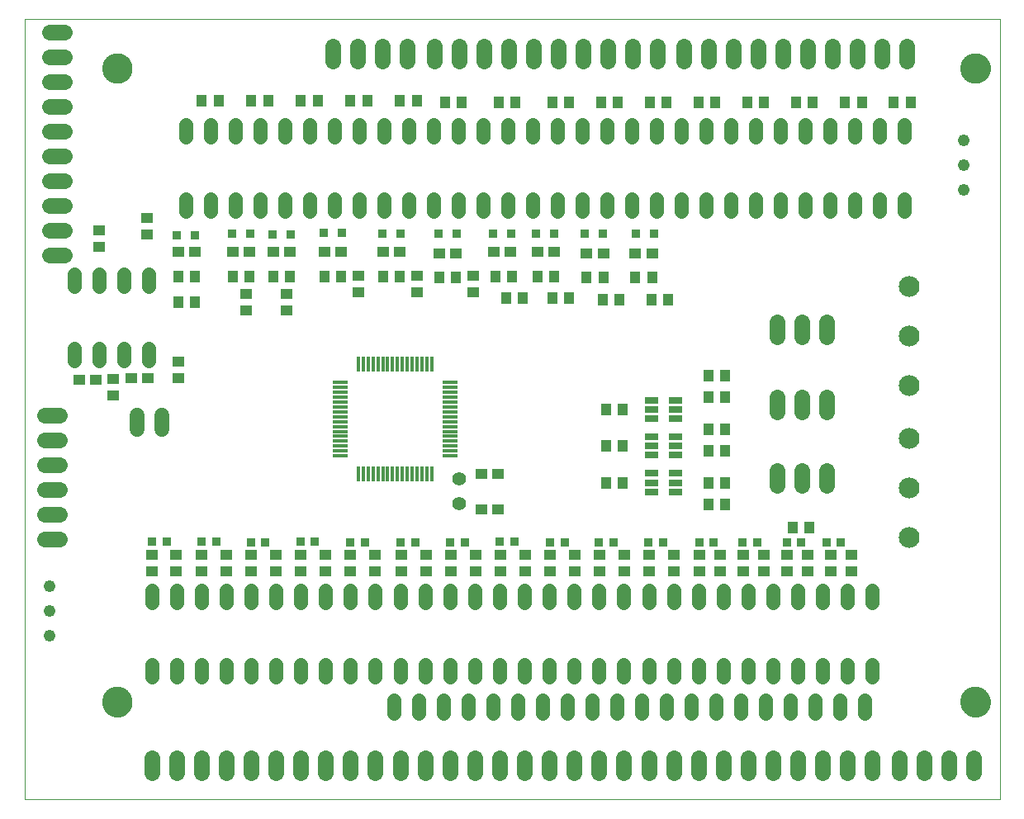
<source format=gts>
G75*
%MOIN*%
%OFA0B0*%
%FSLAX25Y25*%
%IPPOS*%
%LPD*%
%AMOC8*
5,1,8,0,0,1.08239X$1,22.5*
%
%ADD10C,0.00000*%
%ADD11C,0.06000*%
%ADD12C,0.06400*%
%ADD13C,0.05600*%
%ADD14R,0.04731X0.04337*%
%ADD15C,0.04800*%
%ADD16C,0.06337*%
%ADD17R,0.04337X0.04731*%
%ADD18C,0.05600*%
%ADD19R,0.01500X0.06200*%
%ADD20R,0.06200X0.01500*%
%ADD21C,0.12211*%
%ADD22R,0.03550X0.03550*%
%ADD23R,0.05400X0.02500*%
%ADD24C,0.08400*%
%ADD25R,0.03400X0.03200*%
D10*
X0008551Y0007554D02*
X0008551Y0322514D01*
X0402252Y0322514D01*
X0402252Y0007554D01*
X0008551Y0007554D01*
X0040047Y0046924D02*
X0040049Y0047077D01*
X0040055Y0047231D01*
X0040065Y0047384D01*
X0040079Y0047536D01*
X0040097Y0047689D01*
X0040119Y0047840D01*
X0040144Y0047991D01*
X0040174Y0048142D01*
X0040208Y0048292D01*
X0040245Y0048440D01*
X0040286Y0048588D01*
X0040331Y0048734D01*
X0040380Y0048880D01*
X0040433Y0049024D01*
X0040489Y0049166D01*
X0040549Y0049307D01*
X0040613Y0049447D01*
X0040680Y0049585D01*
X0040751Y0049721D01*
X0040826Y0049855D01*
X0040903Y0049987D01*
X0040985Y0050117D01*
X0041069Y0050245D01*
X0041157Y0050371D01*
X0041248Y0050494D01*
X0041342Y0050615D01*
X0041440Y0050733D01*
X0041540Y0050849D01*
X0041644Y0050962D01*
X0041750Y0051073D01*
X0041859Y0051181D01*
X0041971Y0051286D01*
X0042085Y0051387D01*
X0042203Y0051486D01*
X0042322Y0051582D01*
X0042444Y0051675D01*
X0042569Y0051764D01*
X0042696Y0051851D01*
X0042825Y0051933D01*
X0042956Y0052013D01*
X0043089Y0052089D01*
X0043224Y0052162D01*
X0043361Y0052231D01*
X0043500Y0052296D01*
X0043640Y0052358D01*
X0043782Y0052416D01*
X0043925Y0052471D01*
X0044070Y0052522D01*
X0044216Y0052569D01*
X0044363Y0052612D01*
X0044511Y0052651D01*
X0044660Y0052687D01*
X0044810Y0052718D01*
X0044961Y0052746D01*
X0045112Y0052770D01*
X0045265Y0052790D01*
X0045417Y0052806D01*
X0045570Y0052818D01*
X0045723Y0052826D01*
X0045876Y0052830D01*
X0046030Y0052830D01*
X0046183Y0052826D01*
X0046336Y0052818D01*
X0046489Y0052806D01*
X0046641Y0052790D01*
X0046794Y0052770D01*
X0046945Y0052746D01*
X0047096Y0052718D01*
X0047246Y0052687D01*
X0047395Y0052651D01*
X0047543Y0052612D01*
X0047690Y0052569D01*
X0047836Y0052522D01*
X0047981Y0052471D01*
X0048124Y0052416D01*
X0048266Y0052358D01*
X0048406Y0052296D01*
X0048545Y0052231D01*
X0048682Y0052162D01*
X0048817Y0052089D01*
X0048950Y0052013D01*
X0049081Y0051933D01*
X0049210Y0051851D01*
X0049337Y0051764D01*
X0049462Y0051675D01*
X0049584Y0051582D01*
X0049703Y0051486D01*
X0049821Y0051387D01*
X0049935Y0051286D01*
X0050047Y0051181D01*
X0050156Y0051073D01*
X0050262Y0050962D01*
X0050366Y0050849D01*
X0050466Y0050733D01*
X0050564Y0050615D01*
X0050658Y0050494D01*
X0050749Y0050371D01*
X0050837Y0050245D01*
X0050921Y0050117D01*
X0051003Y0049987D01*
X0051080Y0049855D01*
X0051155Y0049721D01*
X0051226Y0049585D01*
X0051293Y0049447D01*
X0051357Y0049307D01*
X0051417Y0049166D01*
X0051473Y0049024D01*
X0051526Y0048880D01*
X0051575Y0048734D01*
X0051620Y0048588D01*
X0051661Y0048440D01*
X0051698Y0048292D01*
X0051732Y0048142D01*
X0051762Y0047991D01*
X0051787Y0047840D01*
X0051809Y0047689D01*
X0051827Y0047536D01*
X0051841Y0047384D01*
X0051851Y0047231D01*
X0051857Y0047077D01*
X0051859Y0046924D01*
X0051857Y0046771D01*
X0051851Y0046617D01*
X0051841Y0046464D01*
X0051827Y0046312D01*
X0051809Y0046159D01*
X0051787Y0046008D01*
X0051762Y0045857D01*
X0051732Y0045706D01*
X0051698Y0045556D01*
X0051661Y0045408D01*
X0051620Y0045260D01*
X0051575Y0045114D01*
X0051526Y0044968D01*
X0051473Y0044824D01*
X0051417Y0044682D01*
X0051357Y0044541D01*
X0051293Y0044401D01*
X0051226Y0044263D01*
X0051155Y0044127D01*
X0051080Y0043993D01*
X0051003Y0043861D01*
X0050921Y0043731D01*
X0050837Y0043603D01*
X0050749Y0043477D01*
X0050658Y0043354D01*
X0050564Y0043233D01*
X0050466Y0043115D01*
X0050366Y0042999D01*
X0050262Y0042886D01*
X0050156Y0042775D01*
X0050047Y0042667D01*
X0049935Y0042562D01*
X0049821Y0042461D01*
X0049703Y0042362D01*
X0049584Y0042266D01*
X0049462Y0042173D01*
X0049337Y0042084D01*
X0049210Y0041997D01*
X0049081Y0041915D01*
X0048950Y0041835D01*
X0048817Y0041759D01*
X0048682Y0041686D01*
X0048545Y0041617D01*
X0048406Y0041552D01*
X0048266Y0041490D01*
X0048124Y0041432D01*
X0047981Y0041377D01*
X0047836Y0041326D01*
X0047690Y0041279D01*
X0047543Y0041236D01*
X0047395Y0041197D01*
X0047246Y0041161D01*
X0047096Y0041130D01*
X0046945Y0041102D01*
X0046794Y0041078D01*
X0046641Y0041058D01*
X0046489Y0041042D01*
X0046336Y0041030D01*
X0046183Y0041022D01*
X0046030Y0041018D01*
X0045876Y0041018D01*
X0045723Y0041022D01*
X0045570Y0041030D01*
X0045417Y0041042D01*
X0045265Y0041058D01*
X0045112Y0041078D01*
X0044961Y0041102D01*
X0044810Y0041130D01*
X0044660Y0041161D01*
X0044511Y0041197D01*
X0044363Y0041236D01*
X0044216Y0041279D01*
X0044070Y0041326D01*
X0043925Y0041377D01*
X0043782Y0041432D01*
X0043640Y0041490D01*
X0043500Y0041552D01*
X0043361Y0041617D01*
X0043224Y0041686D01*
X0043089Y0041759D01*
X0042956Y0041835D01*
X0042825Y0041915D01*
X0042696Y0041997D01*
X0042569Y0042084D01*
X0042444Y0042173D01*
X0042322Y0042266D01*
X0042203Y0042362D01*
X0042085Y0042461D01*
X0041971Y0042562D01*
X0041859Y0042667D01*
X0041750Y0042775D01*
X0041644Y0042886D01*
X0041540Y0042999D01*
X0041440Y0043115D01*
X0041342Y0043233D01*
X0041248Y0043354D01*
X0041157Y0043477D01*
X0041069Y0043603D01*
X0040985Y0043731D01*
X0040903Y0043861D01*
X0040826Y0043993D01*
X0040751Y0044127D01*
X0040680Y0044263D01*
X0040613Y0044401D01*
X0040549Y0044541D01*
X0040489Y0044682D01*
X0040433Y0044824D01*
X0040380Y0044968D01*
X0040331Y0045114D01*
X0040286Y0045260D01*
X0040245Y0045408D01*
X0040208Y0045556D01*
X0040174Y0045706D01*
X0040144Y0045857D01*
X0040119Y0046008D01*
X0040097Y0046159D01*
X0040079Y0046312D01*
X0040065Y0046464D01*
X0040055Y0046617D01*
X0040049Y0046771D01*
X0040047Y0046924D01*
X0040047Y0302829D02*
X0040049Y0302982D01*
X0040055Y0303136D01*
X0040065Y0303289D01*
X0040079Y0303441D01*
X0040097Y0303594D01*
X0040119Y0303745D01*
X0040144Y0303896D01*
X0040174Y0304047D01*
X0040208Y0304197D01*
X0040245Y0304345D01*
X0040286Y0304493D01*
X0040331Y0304639D01*
X0040380Y0304785D01*
X0040433Y0304929D01*
X0040489Y0305071D01*
X0040549Y0305212D01*
X0040613Y0305352D01*
X0040680Y0305490D01*
X0040751Y0305626D01*
X0040826Y0305760D01*
X0040903Y0305892D01*
X0040985Y0306022D01*
X0041069Y0306150D01*
X0041157Y0306276D01*
X0041248Y0306399D01*
X0041342Y0306520D01*
X0041440Y0306638D01*
X0041540Y0306754D01*
X0041644Y0306867D01*
X0041750Y0306978D01*
X0041859Y0307086D01*
X0041971Y0307191D01*
X0042085Y0307292D01*
X0042203Y0307391D01*
X0042322Y0307487D01*
X0042444Y0307580D01*
X0042569Y0307669D01*
X0042696Y0307756D01*
X0042825Y0307838D01*
X0042956Y0307918D01*
X0043089Y0307994D01*
X0043224Y0308067D01*
X0043361Y0308136D01*
X0043500Y0308201D01*
X0043640Y0308263D01*
X0043782Y0308321D01*
X0043925Y0308376D01*
X0044070Y0308427D01*
X0044216Y0308474D01*
X0044363Y0308517D01*
X0044511Y0308556D01*
X0044660Y0308592D01*
X0044810Y0308623D01*
X0044961Y0308651D01*
X0045112Y0308675D01*
X0045265Y0308695D01*
X0045417Y0308711D01*
X0045570Y0308723D01*
X0045723Y0308731D01*
X0045876Y0308735D01*
X0046030Y0308735D01*
X0046183Y0308731D01*
X0046336Y0308723D01*
X0046489Y0308711D01*
X0046641Y0308695D01*
X0046794Y0308675D01*
X0046945Y0308651D01*
X0047096Y0308623D01*
X0047246Y0308592D01*
X0047395Y0308556D01*
X0047543Y0308517D01*
X0047690Y0308474D01*
X0047836Y0308427D01*
X0047981Y0308376D01*
X0048124Y0308321D01*
X0048266Y0308263D01*
X0048406Y0308201D01*
X0048545Y0308136D01*
X0048682Y0308067D01*
X0048817Y0307994D01*
X0048950Y0307918D01*
X0049081Y0307838D01*
X0049210Y0307756D01*
X0049337Y0307669D01*
X0049462Y0307580D01*
X0049584Y0307487D01*
X0049703Y0307391D01*
X0049821Y0307292D01*
X0049935Y0307191D01*
X0050047Y0307086D01*
X0050156Y0306978D01*
X0050262Y0306867D01*
X0050366Y0306754D01*
X0050466Y0306638D01*
X0050564Y0306520D01*
X0050658Y0306399D01*
X0050749Y0306276D01*
X0050837Y0306150D01*
X0050921Y0306022D01*
X0051003Y0305892D01*
X0051080Y0305760D01*
X0051155Y0305626D01*
X0051226Y0305490D01*
X0051293Y0305352D01*
X0051357Y0305212D01*
X0051417Y0305071D01*
X0051473Y0304929D01*
X0051526Y0304785D01*
X0051575Y0304639D01*
X0051620Y0304493D01*
X0051661Y0304345D01*
X0051698Y0304197D01*
X0051732Y0304047D01*
X0051762Y0303896D01*
X0051787Y0303745D01*
X0051809Y0303594D01*
X0051827Y0303441D01*
X0051841Y0303289D01*
X0051851Y0303136D01*
X0051857Y0302982D01*
X0051859Y0302829D01*
X0051857Y0302676D01*
X0051851Y0302522D01*
X0051841Y0302369D01*
X0051827Y0302217D01*
X0051809Y0302064D01*
X0051787Y0301913D01*
X0051762Y0301762D01*
X0051732Y0301611D01*
X0051698Y0301461D01*
X0051661Y0301313D01*
X0051620Y0301165D01*
X0051575Y0301019D01*
X0051526Y0300873D01*
X0051473Y0300729D01*
X0051417Y0300587D01*
X0051357Y0300446D01*
X0051293Y0300306D01*
X0051226Y0300168D01*
X0051155Y0300032D01*
X0051080Y0299898D01*
X0051003Y0299766D01*
X0050921Y0299636D01*
X0050837Y0299508D01*
X0050749Y0299382D01*
X0050658Y0299259D01*
X0050564Y0299138D01*
X0050466Y0299020D01*
X0050366Y0298904D01*
X0050262Y0298791D01*
X0050156Y0298680D01*
X0050047Y0298572D01*
X0049935Y0298467D01*
X0049821Y0298366D01*
X0049703Y0298267D01*
X0049584Y0298171D01*
X0049462Y0298078D01*
X0049337Y0297989D01*
X0049210Y0297902D01*
X0049081Y0297820D01*
X0048950Y0297740D01*
X0048817Y0297664D01*
X0048682Y0297591D01*
X0048545Y0297522D01*
X0048406Y0297457D01*
X0048266Y0297395D01*
X0048124Y0297337D01*
X0047981Y0297282D01*
X0047836Y0297231D01*
X0047690Y0297184D01*
X0047543Y0297141D01*
X0047395Y0297102D01*
X0047246Y0297066D01*
X0047096Y0297035D01*
X0046945Y0297007D01*
X0046794Y0296983D01*
X0046641Y0296963D01*
X0046489Y0296947D01*
X0046336Y0296935D01*
X0046183Y0296927D01*
X0046030Y0296923D01*
X0045876Y0296923D01*
X0045723Y0296927D01*
X0045570Y0296935D01*
X0045417Y0296947D01*
X0045265Y0296963D01*
X0045112Y0296983D01*
X0044961Y0297007D01*
X0044810Y0297035D01*
X0044660Y0297066D01*
X0044511Y0297102D01*
X0044363Y0297141D01*
X0044216Y0297184D01*
X0044070Y0297231D01*
X0043925Y0297282D01*
X0043782Y0297337D01*
X0043640Y0297395D01*
X0043500Y0297457D01*
X0043361Y0297522D01*
X0043224Y0297591D01*
X0043089Y0297664D01*
X0042956Y0297740D01*
X0042825Y0297820D01*
X0042696Y0297902D01*
X0042569Y0297989D01*
X0042444Y0298078D01*
X0042322Y0298171D01*
X0042203Y0298267D01*
X0042085Y0298366D01*
X0041971Y0298467D01*
X0041859Y0298572D01*
X0041750Y0298680D01*
X0041644Y0298791D01*
X0041540Y0298904D01*
X0041440Y0299020D01*
X0041342Y0299138D01*
X0041248Y0299259D01*
X0041157Y0299382D01*
X0041069Y0299508D01*
X0040985Y0299636D01*
X0040903Y0299766D01*
X0040826Y0299898D01*
X0040751Y0300032D01*
X0040680Y0300168D01*
X0040613Y0300306D01*
X0040549Y0300446D01*
X0040489Y0300587D01*
X0040433Y0300729D01*
X0040380Y0300873D01*
X0040331Y0301019D01*
X0040286Y0301165D01*
X0040245Y0301313D01*
X0040208Y0301461D01*
X0040174Y0301611D01*
X0040144Y0301762D01*
X0040119Y0301913D01*
X0040097Y0302064D01*
X0040079Y0302217D01*
X0040065Y0302369D01*
X0040055Y0302522D01*
X0040049Y0302676D01*
X0040047Y0302829D01*
X0386503Y0302829D02*
X0386505Y0302982D01*
X0386511Y0303136D01*
X0386521Y0303289D01*
X0386535Y0303441D01*
X0386553Y0303594D01*
X0386575Y0303745D01*
X0386600Y0303896D01*
X0386630Y0304047D01*
X0386664Y0304197D01*
X0386701Y0304345D01*
X0386742Y0304493D01*
X0386787Y0304639D01*
X0386836Y0304785D01*
X0386889Y0304929D01*
X0386945Y0305071D01*
X0387005Y0305212D01*
X0387069Y0305352D01*
X0387136Y0305490D01*
X0387207Y0305626D01*
X0387282Y0305760D01*
X0387359Y0305892D01*
X0387441Y0306022D01*
X0387525Y0306150D01*
X0387613Y0306276D01*
X0387704Y0306399D01*
X0387798Y0306520D01*
X0387896Y0306638D01*
X0387996Y0306754D01*
X0388100Y0306867D01*
X0388206Y0306978D01*
X0388315Y0307086D01*
X0388427Y0307191D01*
X0388541Y0307292D01*
X0388659Y0307391D01*
X0388778Y0307487D01*
X0388900Y0307580D01*
X0389025Y0307669D01*
X0389152Y0307756D01*
X0389281Y0307838D01*
X0389412Y0307918D01*
X0389545Y0307994D01*
X0389680Y0308067D01*
X0389817Y0308136D01*
X0389956Y0308201D01*
X0390096Y0308263D01*
X0390238Y0308321D01*
X0390381Y0308376D01*
X0390526Y0308427D01*
X0390672Y0308474D01*
X0390819Y0308517D01*
X0390967Y0308556D01*
X0391116Y0308592D01*
X0391266Y0308623D01*
X0391417Y0308651D01*
X0391568Y0308675D01*
X0391721Y0308695D01*
X0391873Y0308711D01*
X0392026Y0308723D01*
X0392179Y0308731D01*
X0392332Y0308735D01*
X0392486Y0308735D01*
X0392639Y0308731D01*
X0392792Y0308723D01*
X0392945Y0308711D01*
X0393097Y0308695D01*
X0393250Y0308675D01*
X0393401Y0308651D01*
X0393552Y0308623D01*
X0393702Y0308592D01*
X0393851Y0308556D01*
X0393999Y0308517D01*
X0394146Y0308474D01*
X0394292Y0308427D01*
X0394437Y0308376D01*
X0394580Y0308321D01*
X0394722Y0308263D01*
X0394862Y0308201D01*
X0395001Y0308136D01*
X0395138Y0308067D01*
X0395273Y0307994D01*
X0395406Y0307918D01*
X0395537Y0307838D01*
X0395666Y0307756D01*
X0395793Y0307669D01*
X0395918Y0307580D01*
X0396040Y0307487D01*
X0396159Y0307391D01*
X0396277Y0307292D01*
X0396391Y0307191D01*
X0396503Y0307086D01*
X0396612Y0306978D01*
X0396718Y0306867D01*
X0396822Y0306754D01*
X0396922Y0306638D01*
X0397020Y0306520D01*
X0397114Y0306399D01*
X0397205Y0306276D01*
X0397293Y0306150D01*
X0397377Y0306022D01*
X0397459Y0305892D01*
X0397536Y0305760D01*
X0397611Y0305626D01*
X0397682Y0305490D01*
X0397749Y0305352D01*
X0397813Y0305212D01*
X0397873Y0305071D01*
X0397929Y0304929D01*
X0397982Y0304785D01*
X0398031Y0304639D01*
X0398076Y0304493D01*
X0398117Y0304345D01*
X0398154Y0304197D01*
X0398188Y0304047D01*
X0398218Y0303896D01*
X0398243Y0303745D01*
X0398265Y0303594D01*
X0398283Y0303441D01*
X0398297Y0303289D01*
X0398307Y0303136D01*
X0398313Y0302982D01*
X0398315Y0302829D01*
X0398313Y0302676D01*
X0398307Y0302522D01*
X0398297Y0302369D01*
X0398283Y0302217D01*
X0398265Y0302064D01*
X0398243Y0301913D01*
X0398218Y0301762D01*
X0398188Y0301611D01*
X0398154Y0301461D01*
X0398117Y0301313D01*
X0398076Y0301165D01*
X0398031Y0301019D01*
X0397982Y0300873D01*
X0397929Y0300729D01*
X0397873Y0300587D01*
X0397813Y0300446D01*
X0397749Y0300306D01*
X0397682Y0300168D01*
X0397611Y0300032D01*
X0397536Y0299898D01*
X0397459Y0299766D01*
X0397377Y0299636D01*
X0397293Y0299508D01*
X0397205Y0299382D01*
X0397114Y0299259D01*
X0397020Y0299138D01*
X0396922Y0299020D01*
X0396822Y0298904D01*
X0396718Y0298791D01*
X0396612Y0298680D01*
X0396503Y0298572D01*
X0396391Y0298467D01*
X0396277Y0298366D01*
X0396159Y0298267D01*
X0396040Y0298171D01*
X0395918Y0298078D01*
X0395793Y0297989D01*
X0395666Y0297902D01*
X0395537Y0297820D01*
X0395406Y0297740D01*
X0395273Y0297664D01*
X0395138Y0297591D01*
X0395001Y0297522D01*
X0394862Y0297457D01*
X0394722Y0297395D01*
X0394580Y0297337D01*
X0394437Y0297282D01*
X0394292Y0297231D01*
X0394146Y0297184D01*
X0393999Y0297141D01*
X0393851Y0297102D01*
X0393702Y0297066D01*
X0393552Y0297035D01*
X0393401Y0297007D01*
X0393250Y0296983D01*
X0393097Y0296963D01*
X0392945Y0296947D01*
X0392792Y0296935D01*
X0392639Y0296927D01*
X0392486Y0296923D01*
X0392332Y0296923D01*
X0392179Y0296927D01*
X0392026Y0296935D01*
X0391873Y0296947D01*
X0391721Y0296963D01*
X0391568Y0296983D01*
X0391417Y0297007D01*
X0391266Y0297035D01*
X0391116Y0297066D01*
X0390967Y0297102D01*
X0390819Y0297141D01*
X0390672Y0297184D01*
X0390526Y0297231D01*
X0390381Y0297282D01*
X0390238Y0297337D01*
X0390096Y0297395D01*
X0389956Y0297457D01*
X0389817Y0297522D01*
X0389680Y0297591D01*
X0389545Y0297664D01*
X0389412Y0297740D01*
X0389281Y0297820D01*
X0389152Y0297902D01*
X0389025Y0297989D01*
X0388900Y0298078D01*
X0388778Y0298171D01*
X0388659Y0298267D01*
X0388541Y0298366D01*
X0388427Y0298467D01*
X0388315Y0298572D01*
X0388206Y0298680D01*
X0388100Y0298791D01*
X0387996Y0298904D01*
X0387896Y0299020D01*
X0387798Y0299138D01*
X0387704Y0299259D01*
X0387613Y0299382D01*
X0387525Y0299508D01*
X0387441Y0299636D01*
X0387359Y0299766D01*
X0387282Y0299898D01*
X0387207Y0300032D01*
X0387136Y0300168D01*
X0387069Y0300306D01*
X0387005Y0300446D01*
X0386945Y0300587D01*
X0386889Y0300729D01*
X0386836Y0300873D01*
X0386787Y0301019D01*
X0386742Y0301165D01*
X0386701Y0301313D01*
X0386664Y0301461D01*
X0386630Y0301611D01*
X0386600Y0301762D01*
X0386575Y0301913D01*
X0386553Y0302064D01*
X0386535Y0302217D01*
X0386521Y0302369D01*
X0386511Y0302522D01*
X0386505Y0302676D01*
X0386503Y0302829D01*
X0386503Y0046924D02*
X0386505Y0047077D01*
X0386511Y0047231D01*
X0386521Y0047384D01*
X0386535Y0047536D01*
X0386553Y0047689D01*
X0386575Y0047840D01*
X0386600Y0047991D01*
X0386630Y0048142D01*
X0386664Y0048292D01*
X0386701Y0048440D01*
X0386742Y0048588D01*
X0386787Y0048734D01*
X0386836Y0048880D01*
X0386889Y0049024D01*
X0386945Y0049166D01*
X0387005Y0049307D01*
X0387069Y0049447D01*
X0387136Y0049585D01*
X0387207Y0049721D01*
X0387282Y0049855D01*
X0387359Y0049987D01*
X0387441Y0050117D01*
X0387525Y0050245D01*
X0387613Y0050371D01*
X0387704Y0050494D01*
X0387798Y0050615D01*
X0387896Y0050733D01*
X0387996Y0050849D01*
X0388100Y0050962D01*
X0388206Y0051073D01*
X0388315Y0051181D01*
X0388427Y0051286D01*
X0388541Y0051387D01*
X0388659Y0051486D01*
X0388778Y0051582D01*
X0388900Y0051675D01*
X0389025Y0051764D01*
X0389152Y0051851D01*
X0389281Y0051933D01*
X0389412Y0052013D01*
X0389545Y0052089D01*
X0389680Y0052162D01*
X0389817Y0052231D01*
X0389956Y0052296D01*
X0390096Y0052358D01*
X0390238Y0052416D01*
X0390381Y0052471D01*
X0390526Y0052522D01*
X0390672Y0052569D01*
X0390819Y0052612D01*
X0390967Y0052651D01*
X0391116Y0052687D01*
X0391266Y0052718D01*
X0391417Y0052746D01*
X0391568Y0052770D01*
X0391721Y0052790D01*
X0391873Y0052806D01*
X0392026Y0052818D01*
X0392179Y0052826D01*
X0392332Y0052830D01*
X0392486Y0052830D01*
X0392639Y0052826D01*
X0392792Y0052818D01*
X0392945Y0052806D01*
X0393097Y0052790D01*
X0393250Y0052770D01*
X0393401Y0052746D01*
X0393552Y0052718D01*
X0393702Y0052687D01*
X0393851Y0052651D01*
X0393999Y0052612D01*
X0394146Y0052569D01*
X0394292Y0052522D01*
X0394437Y0052471D01*
X0394580Y0052416D01*
X0394722Y0052358D01*
X0394862Y0052296D01*
X0395001Y0052231D01*
X0395138Y0052162D01*
X0395273Y0052089D01*
X0395406Y0052013D01*
X0395537Y0051933D01*
X0395666Y0051851D01*
X0395793Y0051764D01*
X0395918Y0051675D01*
X0396040Y0051582D01*
X0396159Y0051486D01*
X0396277Y0051387D01*
X0396391Y0051286D01*
X0396503Y0051181D01*
X0396612Y0051073D01*
X0396718Y0050962D01*
X0396822Y0050849D01*
X0396922Y0050733D01*
X0397020Y0050615D01*
X0397114Y0050494D01*
X0397205Y0050371D01*
X0397293Y0050245D01*
X0397377Y0050117D01*
X0397459Y0049987D01*
X0397536Y0049855D01*
X0397611Y0049721D01*
X0397682Y0049585D01*
X0397749Y0049447D01*
X0397813Y0049307D01*
X0397873Y0049166D01*
X0397929Y0049024D01*
X0397982Y0048880D01*
X0398031Y0048734D01*
X0398076Y0048588D01*
X0398117Y0048440D01*
X0398154Y0048292D01*
X0398188Y0048142D01*
X0398218Y0047991D01*
X0398243Y0047840D01*
X0398265Y0047689D01*
X0398283Y0047536D01*
X0398297Y0047384D01*
X0398307Y0047231D01*
X0398313Y0047077D01*
X0398315Y0046924D01*
X0398313Y0046771D01*
X0398307Y0046617D01*
X0398297Y0046464D01*
X0398283Y0046312D01*
X0398265Y0046159D01*
X0398243Y0046008D01*
X0398218Y0045857D01*
X0398188Y0045706D01*
X0398154Y0045556D01*
X0398117Y0045408D01*
X0398076Y0045260D01*
X0398031Y0045114D01*
X0397982Y0044968D01*
X0397929Y0044824D01*
X0397873Y0044682D01*
X0397813Y0044541D01*
X0397749Y0044401D01*
X0397682Y0044263D01*
X0397611Y0044127D01*
X0397536Y0043993D01*
X0397459Y0043861D01*
X0397377Y0043731D01*
X0397293Y0043603D01*
X0397205Y0043477D01*
X0397114Y0043354D01*
X0397020Y0043233D01*
X0396922Y0043115D01*
X0396822Y0042999D01*
X0396718Y0042886D01*
X0396612Y0042775D01*
X0396503Y0042667D01*
X0396391Y0042562D01*
X0396277Y0042461D01*
X0396159Y0042362D01*
X0396040Y0042266D01*
X0395918Y0042173D01*
X0395793Y0042084D01*
X0395666Y0041997D01*
X0395537Y0041915D01*
X0395406Y0041835D01*
X0395273Y0041759D01*
X0395138Y0041686D01*
X0395001Y0041617D01*
X0394862Y0041552D01*
X0394722Y0041490D01*
X0394580Y0041432D01*
X0394437Y0041377D01*
X0394292Y0041326D01*
X0394146Y0041279D01*
X0393999Y0041236D01*
X0393851Y0041197D01*
X0393702Y0041161D01*
X0393552Y0041130D01*
X0393401Y0041102D01*
X0393250Y0041078D01*
X0393097Y0041058D01*
X0392945Y0041042D01*
X0392792Y0041030D01*
X0392639Y0041022D01*
X0392486Y0041018D01*
X0392332Y0041018D01*
X0392179Y0041022D01*
X0392026Y0041030D01*
X0391873Y0041042D01*
X0391721Y0041058D01*
X0391568Y0041078D01*
X0391417Y0041102D01*
X0391266Y0041130D01*
X0391116Y0041161D01*
X0390967Y0041197D01*
X0390819Y0041236D01*
X0390672Y0041279D01*
X0390526Y0041326D01*
X0390381Y0041377D01*
X0390238Y0041432D01*
X0390096Y0041490D01*
X0389956Y0041552D01*
X0389817Y0041617D01*
X0389680Y0041686D01*
X0389545Y0041759D01*
X0389412Y0041835D01*
X0389281Y0041915D01*
X0389152Y0041997D01*
X0389025Y0042084D01*
X0388900Y0042173D01*
X0388778Y0042266D01*
X0388659Y0042362D01*
X0388541Y0042461D01*
X0388427Y0042562D01*
X0388315Y0042667D01*
X0388206Y0042775D01*
X0388100Y0042886D01*
X0387996Y0042999D01*
X0387896Y0043115D01*
X0387798Y0043233D01*
X0387704Y0043354D01*
X0387613Y0043477D01*
X0387525Y0043603D01*
X0387441Y0043731D01*
X0387359Y0043861D01*
X0387282Y0043993D01*
X0387207Y0044127D01*
X0387136Y0044263D01*
X0387069Y0044401D01*
X0387005Y0044541D01*
X0386945Y0044682D01*
X0386889Y0044824D01*
X0386836Y0044968D01*
X0386787Y0045114D01*
X0386742Y0045260D01*
X0386701Y0045408D01*
X0386664Y0045556D01*
X0386630Y0045706D01*
X0386600Y0045857D01*
X0386575Y0046008D01*
X0386553Y0046159D01*
X0386535Y0046312D01*
X0386521Y0046464D01*
X0386511Y0046617D01*
X0386505Y0046771D01*
X0386503Y0046924D01*
D11*
X0064181Y0156959D02*
X0064181Y0162559D01*
X0054181Y0162559D02*
X0054181Y0156959D01*
D12*
X0022781Y0152554D02*
X0016781Y0152554D01*
X0016781Y0162554D02*
X0022781Y0162554D01*
X0022781Y0142554D02*
X0016781Y0142554D01*
X0016781Y0132554D02*
X0022781Y0132554D01*
X0022781Y0122554D02*
X0016781Y0122554D01*
X0016781Y0112554D02*
X0022781Y0112554D01*
X0312528Y0134318D02*
X0312528Y0140318D01*
X0322528Y0140318D02*
X0322528Y0134318D01*
X0332528Y0134318D02*
X0332528Y0140318D01*
X0332213Y0163924D02*
X0332213Y0169924D01*
X0322213Y0169924D02*
X0322213Y0163924D01*
X0312213Y0163924D02*
X0312213Y0169924D01*
X0312528Y0194357D02*
X0312528Y0200357D01*
X0322528Y0200357D02*
X0322528Y0194357D01*
X0332528Y0194357D02*
X0332528Y0200357D01*
D13*
X0183965Y0137062D03*
X0183965Y0127062D03*
D14*
X0193118Y0124562D03*
X0199811Y0124562D03*
X0199811Y0139070D03*
X0193118Y0139070D03*
X0190559Y0106235D03*
X0190559Y0099542D03*
X0180559Y0099542D03*
X0180559Y0106235D03*
X0170559Y0106235D03*
X0170559Y0099542D03*
X0160559Y0099542D03*
X0160559Y0106235D03*
X0150067Y0106235D03*
X0150067Y0099542D03*
X0140067Y0099542D03*
X0140067Y0106235D03*
X0130067Y0106235D03*
X0130067Y0099542D03*
X0120067Y0099542D03*
X0120067Y0106235D03*
X0110067Y0106235D03*
X0110067Y0099542D03*
X0100067Y0099542D03*
X0100067Y0106235D03*
X0090067Y0106235D03*
X0090067Y0099542D03*
X0080067Y0099542D03*
X0080067Y0106235D03*
X0069575Y0106235D03*
X0069575Y0099542D03*
X0060067Y0099542D03*
X0060067Y0106235D03*
X0044496Y0170566D03*
X0044496Y0177259D03*
X0037508Y0177022D03*
X0030815Y0177022D03*
X0051661Y0177514D03*
X0058354Y0177514D03*
X0070657Y0177731D03*
X0070657Y0184424D03*
X0098118Y0204995D03*
X0098118Y0211688D03*
X0114358Y0211688D03*
X0114358Y0204995D03*
X0115736Y0228518D03*
X0109043Y0228518D03*
X0099496Y0228518D03*
X0092803Y0228518D03*
X0077350Y0228518D03*
X0070657Y0228518D03*
X0058000Y0235625D03*
X0058000Y0242318D03*
X0038630Y0237475D03*
X0038630Y0230782D03*
X0129713Y0228518D03*
X0136406Y0228518D03*
X0143394Y0219070D03*
X0143394Y0212377D03*
X0153335Y0228518D03*
X0160028Y0228518D03*
X0167016Y0219070D03*
X0167016Y0212377D03*
X0175972Y0228026D03*
X0182665Y0228026D03*
X0189654Y0219070D03*
X0189654Y0212377D03*
X0198118Y0228518D03*
X0204811Y0228518D03*
X0215835Y0228518D03*
X0222528Y0228518D03*
X0235520Y0228026D03*
X0242213Y0228026D03*
X0255205Y0228026D03*
X0261898Y0228026D03*
X0260559Y0106235D03*
X0260559Y0099542D03*
X0250559Y0099542D03*
X0250559Y0106235D03*
X0240559Y0106235D03*
X0240559Y0099542D03*
X0230559Y0099542D03*
X0230559Y0106235D03*
X0220559Y0106235D03*
X0220559Y0099542D03*
X0210559Y0099542D03*
X0210559Y0106235D03*
X0200559Y0106235D03*
X0200559Y0099542D03*
X0270559Y0099542D03*
X0270559Y0106235D03*
X0281051Y0106235D03*
X0281051Y0099542D03*
X0289476Y0099542D03*
X0289476Y0106235D03*
X0298689Y0106235D03*
X0298689Y0099542D03*
X0307114Y0099542D03*
X0307114Y0106235D03*
X0316327Y0106235D03*
X0316327Y0099542D03*
X0324752Y0099542D03*
X0324752Y0106235D03*
X0334161Y0106235D03*
X0334161Y0099542D03*
X0342390Y0099542D03*
X0342390Y0106235D03*
D15*
X0387685Y0253656D03*
X0387685Y0263656D03*
X0387685Y0273656D03*
X0018551Y0093656D03*
X0018551Y0083656D03*
X0018551Y0073656D03*
D16*
X0060008Y0024302D02*
X0060008Y0018365D01*
X0070008Y0018365D02*
X0070008Y0024302D01*
X0080008Y0024302D02*
X0080008Y0018365D01*
X0090008Y0018365D02*
X0090008Y0024302D01*
X0100008Y0024302D02*
X0100008Y0018365D01*
X0110008Y0018365D02*
X0110008Y0024302D01*
X0120008Y0024302D02*
X0120008Y0018365D01*
X0130008Y0018365D02*
X0130008Y0024302D01*
X0140008Y0024302D02*
X0140008Y0018365D01*
X0150008Y0018365D02*
X0150008Y0024302D01*
X0160402Y0024302D02*
X0160402Y0018365D01*
X0170402Y0018365D02*
X0170402Y0024302D01*
X0180402Y0024302D02*
X0180402Y0018365D01*
X0190402Y0018365D02*
X0190402Y0024302D01*
X0200402Y0024302D02*
X0200402Y0018365D01*
X0210402Y0018365D02*
X0210402Y0024302D01*
X0220402Y0024302D02*
X0220402Y0018365D01*
X0230402Y0018365D02*
X0230402Y0024302D01*
X0240402Y0024302D02*
X0240402Y0018365D01*
X0250402Y0018365D02*
X0250402Y0024302D01*
X0260795Y0024302D02*
X0260795Y0018365D01*
X0270795Y0018365D02*
X0270795Y0024302D01*
X0280795Y0024302D02*
X0280795Y0018365D01*
X0290795Y0018365D02*
X0290795Y0024302D01*
X0300795Y0024302D02*
X0300795Y0018365D01*
X0310795Y0018365D02*
X0310795Y0024302D01*
X0320795Y0024302D02*
X0320795Y0018365D01*
X0330795Y0018365D02*
X0330795Y0024302D01*
X0340795Y0024302D02*
X0340795Y0018365D01*
X0350795Y0018365D02*
X0350795Y0024302D01*
X0361858Y0024302D02*
X0361858Y0018365D01*
X0371858Y0018365D02*
X0371858Y0024302D01*
X0381858Y0024302D02*
X0381858Y0018365D01*
X0391858Y0018365D02*
X0391858Y0024302D01*
X0364575Y0305766D02*
X0364575Y0311703D01*
X0354575Y0311703D02*
X0354575Y0305766D01*
X0344575Y0305766D02*
X0344575Y0311703D01*
X0334575Y0311703D02*
X0334575Y0305766D01*
X0324575Y0305766D02*
X0324575Y0311703D01*
X0314575Y0311703D02*
X0314575Y0305766D01*
X0304575Y0305766D02*
X0304575Y0311703D01*
X0294575Y0311703D02*
X0294575Y0305766D01*
X0284575Y0305766D02*
X0284575Y0311703D01*
X0274575Y0311703D02*
X0274575Y0305766D01*
X0264181Y0305766D02*
X0264181Y0311703D01*
X0254181Y0311703D02*
X0254181Y0305766D01*
X0244181Y0305766D02*
X0244181Y0311703D01*
X0234181Y0311703D02*
X0234181Y0305766D01*
X0224181Y0305766D02*
X0224181Y0311703D01*
X0214181Y0311703D02*
X0214181Y0305766D01*
X0204181Y0305766D02*
X0204181Y0311703D01*
X0194181Y0311703D02*
X0194181Y0305766D01*
X0184181Y0305766D02*
X0184181Y0311703D01*
X0174181Y0311703D02*
X0174181Y0305766D01*
X0162921Y0305766D02*
X0162921Y0311703D01*
X0152921Y0311703D02*
X0152921Y0305766D01*
X0142921Y0305766D02*
X0142921Y0311703D01*
X0132921Y0311703D02*
X0132921Y0305766D01*
X0024709Y0307318D02*
X0018772Y0307318D01*
X0018772Y0317318D02*
X0024709Y0317318D01*
X0024709Y0297318D02*
X0018772Y0297318D01*
X0018772Y0287318D02*
X0024709Y0287318D01*
X0024709Y0277318D02*
X0018772Y0277318D01*
X0018772Y0267318D02*
X0024709Y0267318D01*
X0024709Y0257318D02*
X0018772Y0257318D01*
X0018772Y0247318D02*
X0024709Y0247318D01*
X0024709Y0237318D02*
X0018772Y0237318D01*
X0018772Y0227318D02*
X0024709Y0227318D01*
D17*
X0070657Y0218676D03*
X0077350Y0218676D03*
X0077350Y0208341D03*
X0070657Y0208341D03*
X0092803Y0218676D03*
X0099496Y0218676D03*
X0109043Y0218676D03*
X0115736Y0218676D03*
X0129713Y0218676D03*
X0136406Y0218676D03*
X0153335Y0218676D03*
X0160028Y0218676D03*
X0175972Y0218184D03*
X0182665Y0218184D03*
X0198610Y0218676D03*
X0205303Y0218676D03*
X0215835Y0218676D03*
X0222528Y0218676D03*
X0221740Y0209916D03*
X0228433Y0209916D03*
X0235520Y0218184D03*
X0242213Y0218184D03*
X0242016Y0209424D03*
X0248709Y0209424D03*
X0255205Y0218184D03*
X0261898Y0218184D03*
X0261701Y0209424D03*
X0268394Y0209424D03*
X0284732Y0178814D03*
X0291425Y0178814D03*
X0291425Y0169955D03*
X0284732Y0169955D03*
X0284732Y0157160D03*
X0291425Y0157160D03*
X0291425Y0148302D03*
X0284732Y0148302D03*
X0284732Y0135507D03*
X0291425Y0135507D03*
X0291425Y0126648D03*
X0284732Y0126648D03*
X0318787Y0117199D03*
X0325480Y0117199D03*
X0250087Y0135507D03*
X0243394Y0135507D03*
X0243394Y0150270D03*
X0250087Y0150270D03*
X0250087Y0165034D03*
X0243394Y0165034D03*
X0209831Y0209916D03*
X0203138Y0209916D03*
X0200087Y0289050D03*
X0206780Y0289050D03*
X0221740Y0289050D03*
X0228433Y0289050D03*
X0241425Y0289050D03*
X0248118Y0289050D03*
X0261110Y0289050D03*
X0267803Y0289050D03*
X0280795Y0289050D03*
X0287488Y0289050D03*
X0300480Y0289050D03*
X0307173Y0289050D03*
X0320165Y0289050D03*
X0326858Y0289050D03*
X0339850Y0289050D03*
X0346543Y0289050D03*
X0359535Y0289050D03*
X0366228Y0289050D03*
X0185126Y0289050D03*
X0178433Y0289050D03*
X0166898Y0289522D03*
X0160205Y0289522D03*
X0146898Y0289522D03*
X0140205Y0289522D03*
X0126898Y0289522D03*
X0120205Y0289522D03*
X0106898Y0289522D03*
X0100205Y0289522D03*
X0086898Y0289522D03*
X0080205Y0289522D03*
D18*
X0083551Y0280154D02*
X0083551Y0274954D01*
X0093551Y0274954D02*
X0093551Y0280154D01*
X0103551Y0280154D02*
X0103551Y0274954D01*
X0113551Y0274954D02*
X0113551Y0280154D01*
X0123551Y0280154D02*
X0123551Y0274954D01*
X0133551Y0274954D02*
X0133551Y0280154D01*
X0143551Y0280154D02*
X0143551Y0274954D01*
X0153551Y0274954D02*
X0153551Y0280154D01*
X0163551Y0280154D02*
X0163551Y0274954D01*
X0173551Y0274954D02*
X0173551Y0280154D01*
X0183551Y0280154D02*
X0183551Y0274954D01*
X0193551Y0274954D02*
X0193551Y0280154D01*
X0203551Y0280154D02*
X0203551Y0274954D01*
X0213551Y0274954D02*
X0213551Y0280154D01*
X0223551Y0280154D02*
X0223551Y0274954D01*
X0233551Y0274954D02*
X0233551Y0280154D01*
X0243551Y0280154D02*
X0243551Y0274954D01*
X0253551Y0274954D02*
X0253551Y0280154D01*
X0263551Y0280154D02*
X0263551Y0274954D01*
X0273551Y0274954D02*
X0273551Y0280154D01*
X0283551Y0280154D02*
X0283551Y0274954D01*
X0293551Y0274954D02*
X0293551Y0280154D01*
X0303551Y0280154D02*
X0303551Y0274954D01*
X0313551Y0274954D02*
X0313551Y0280154D01*
X0323551Y0280154D02*
X0323551Y0274954D01*
X0333551Y0274954D02*
X0333551Y0280154D01*
X0343551Y0280154D02*
X0343551Y0274954D01*
X0353551Y0274954D02*
X0353551Y0280154D01*
X0363551Y0280154D02*
X0363551Y0274954D01*
X0363551Y0250154D02*
X0363551Y0244954D01*
X0353551Y0244954D02*
X0353551Y0250154D01*
X0343551Y0250154D02*
X0343551Y0244954D01*
X0333551Y0244954D02*
X0333551Y0250154D01*
X0323551Y0250154D02*
X0323551Y0244954D01*
X0313551Y0244954D02*
X0313551Y0250154D01*
X0303551Y0250154D02*
X0303551Y0244954D01*
X0293551Y0244954D02*
X0293551Y0250154D01*
X0283551Y0250154D02*
X0283551Y0244954D01*
X0273551Y0244954D02*
X0273551Y0250154D01*
X0263551Y0250154D02*
X0263551Y0244954D01*
X0253551Y0244954D02*
X0253551Y0250154D01*
X0243551Y0250154D02*
X0243551Y0244954D01*
X0233551Y0244954D02*
X0233551Y0250154D01*
X0223551Y0250154D02*
X0223551Y0244954D01*
X0213551Y0244954D02*
X0213551Y0250154D01*
X0203551Y0250154D02*
X0203551Y0244954D01*
X0193551Y0244954D02*
X0193551Y0250154D01*
X0183551Y0250154D02*
X0183551Y0244954D01*
X0173551Y0244954D02*
X0173551Y0250154D01*
X0163551Y0250154D02*
X0163551Y0244954D01*
X0153551Y0244954D02*
X0153551Y0250154D01*
X0143551Y0250154D02*
X0143551Y0244954D01*
X0133551Y0244954D02*
X0133551Y0250154D01*
X0123551Y0250154D02*
X0123551Y0244954D01*
X0113551Y0244954D02*
X0113551Y0250154D01*
X0103551Y0250154D02*
X0103551Y0244954D01*
X0093551Y0244954D02*
X0093551Y0250154D01*
X0083551Y0250154D02*
X0083551Y0244954D01*
X0073551Y0244954D02*
X0073551Y0250154D01*
X0073551Y0274954D02*
X0073551Y0280154D01*
X0058551Y0219799D02*
X0058551Y0214599D01*
X0048551Y0214599D02*
X0048551Y0219799D01*
X0038551Y0219799D02*
X0038551Y0214599D01*
X0028551Y0214599D02*
X0028551Y0219799D01*
X0028551Y0189799D02*
X0028551Y0184599D01*
X0038551Y0184599D02*
X0038551Y0189799D01*
X0048551Y0189799D02*
X0048551Y0184599D01*
X0058551Y0184599D02*
X0058551Y0189799D01*
X0060008Y0092083D02*
X0060008Y0086883D01*
X0070008Y0086883D02*
X0070008Y0092083D01*
X0080008Y0092083D02*
X0080008Y0086883D01*
X0090008Y0086883D02*
X0090008Y0092083D01*
X0100008Y0092083D02*
X0100008Y0086883D01*
X0110008Y0086883D02*
X0110008Y0092083D01*
X0120008Y0092083D02*
X0120008Y0086883D01*
X0130008Y0086883D02*
X0130008Y0092083D01*
X0140008Y0092083D02*
X0140008Y0086883D01*
X0150008Y0086883D02*
X0150008Y0092083D01*
X0160402Y0092083D02*
X0160402Y0086883D01*
X0170402Y0086883D02*
X0170402Y0092083D01*
X0180402Y0092083D02*
X0180402Y0086883D01*
X0190402Y0086883D02*
X0190402Y0092083D01*
X0200402Y0092083D02*
X0200402Y0086883D01*
X0210402Y0086883D02*
X0210402Y0092083D01*
X0220402Y0092083D02*
X0220402Y0086883D01*
X0230402Y0086883D02*
X0230402Y0092083D01*
X0240402Y0092083D02*
X0240402Y0086883D01*
X0250402Y0086883D02*
X0250402Y0092083D01*
X0260795Y0092083D02*
X0260795Y0086883D01*
X0270795Y0086883D02*
X0270795Y0092083D01*
X0280795Y0092083D02*
X0280795Y0086883D01*
X0290795Y0086883D02*
X0290795Y0092083D01*
X0300795Y0092083D02*
X0300795Y0086883D01*
X0310795Y0086883D02*
X0310795Y0092083D01*
X0320795Y0092083D02*
X0320795Y0086883D01*
X0330795Y0086883D02*
X0330795Y0092083D01*
X0340795Y0092083D02*
X0340795Y0086883D01*
X0350795Y0086883D02*
X0350795Y0092083D01*
X0350795Y0062083D02*
X0350795Y0056883D01*
X0340795Y0056883D02*
X0340795Y0062083D01*
X0330795Y0062083D02*
X0330795Y0056883D01*
X0320795Y0056883D02*
X0320795Y0062083D01*
X0310795Y0062083D02*
X0310795Y0056883D01*
X0300795Y0056883D02*
X0300795Y0062083D01*
X0290795Y0062083D02*
X0290795Y0056883D01*
X0287646Y0047555D02*
X0287646Y0042355D01*
X0297646Y0042355D02*
X0297646Y0047555D01*
X0307646Y0047555D02*
X0307646Y0042355D01*
X0317646Y0042355D02*
X0317646Y0047555D01*
X0327646Y0047555D02*
X0327646Y0042355D01*
X0337646Y0042355D02*
X0337646Y0047555D01*
X0347646Y0047555D02*
X0347646Y0042355D01*
X0280795Y0056883D02*
X0280795Y0062083D01*
X0270795Y0062083D02*
X0270795Y0056883D01*
X0267646Y0047555D02*
X0267646Y0042355D01*
X0277646Y0042355D02*
X0277646Y0047555D01*
X0260795Y0056883D02*
X0260795Y0062083D01*
X0250402Y0062083D02*
X0250402Y0056883D01*
X0247646Y0047555D02*
X0247646Y0042355D01*
X0257646Y0042355D02*
X0257646Y0047555D01*
X0240402Y0056883D02*
X0240402Y0062083D01*
X0230402Y0062083D02*
X0230402Y0056883D01*
X0227646Y0047555D02*
X0227646Y0042355D01*
X0217646Y0042355D02*
X0217646Y0047555D01*
X0220402Y0056883D02*
X0220402Y0062083D01*
X0210402Y0062083D02*
X0210402Y0056883D01*
X0207646Y0047555D02*
X0207646Y0042355D01*
X0197646Y0042355D02*
X0197646Y0047555D01*
X0200402Y0056883D02*
X0200402Y0062083D01*
X0190402Y0062083D02*
X0190402Y0056883D01*
X0180402Y0056883D02*
X0180402Y0062083D01*
X0170402Y0062083D02*
X0170402Y0056883D01*
X0160402Y0056883D02*
X0160402Y0062083D01*
X0150008Y0062083D02*
X0150008Y0056883D01*
X0140008Y0056883D02*
X0140008Y0062083D01*
X0130008Y0062083D02*
X0130008Y0056883D01*
X0120008Y0056883D02*
X0120008Y0062083D01*
X0110008Y0062083D02*
X0110008Y0056883D01*
X0100008Y0056883D02*
X0100008Y0062083D01*
X0090008Y0062083D02*
X0090008Y0056883D01*
X0080008Y0056883D02*
X0080008Y0062083D01*
X0070008Y0062083D02*
X0070008Y0056883D01*
X0060008Y0056883D02*
X0060008Y0062083D01*
X0157646Y0047555D02*
X0157646Y0042355D01*
X0167646Y0042355D02*
X0167646Y0047555D01*
X0177646Y0047555D02*
X0177646Y0042355D01*
X0187646Y0042355D02*
X0187646Y0047555D01*
X0237646Y0047555D02*
X0237646Y0042355D01*
D19*
X0172921Y0138997D03*
X0170953Y0138997D03*
X0168984Y0138997D03*
X0167016Y0138997D03*
X0165047Y0138997D03*
X0163079Y0138997D03*
X0161110Y0138997D03*
X0159142Y0138997D03*
X0157173Y0138997D03*
X0155205Y0138997D03*
X0153236Y0138997D03*
X0151268Y0138997D03*
X0149299Y0138997D03*
X0147331Y0138997D03*
X0145362Y0138997D03*
X0143394Y0138997D03*
X0143394Y0183197D03*
X0145362Y0183197D03*
X0147331Y0183197D03*
X0149299Y0183197D03*
X0151268Y0183197D03*
X0153236Y0183197D03*
X0155205Y0183197D03*
X0157173Y0183197D03*
X0159142Y0183197D03*
X0161110Y0183197D03*
X0163079Y0183197D03*
X0165047Y0183197D03*
X0167016Y0183197D03*
X0168984Y0183197D03*
X0170953Y0183197D03*
X0172921Y0183197D03*
D20*
X0180257Y0175861D03*
X0180257Y0173892D03*
X0180257Y0171924D03*
X0180257Y0169955D03*
X0180257Y0167987D03*
X0180257Y0166018D03*
X0180257Y0164050D03*
X0180257Y0162081D03*
X0180257Y0160113D03*
X0180257Y0158144D03*
X0180257Y0156176D03*
X0180257Y0154207D03*
X0180257Y0152239D03*
X0180257Y0150270D03*
X0180257Y0148302D03*
X0180257Y0146333D03*
X0136057Y0146333D03*
X0136057Y0148302D03*
X0136057Y0150270D03*
X0136057Y0152239D03*
X0136057Y0154207D03*
X0136057Y0156176D03*
X0136057Y0158144D03*
X0136057Y0160113D03*
X0136057Y0162081D03*
X0136057Y0164050D03*
X0136057Y0166018D03*
X0136057Y0167987D03*
X0136057Y0169955D03*
X0136057Y0171924D03*
X0136057Y0173892D03*
X0136057Y0175861D03*
D21*
X0045953Y0302829D03*
X0045953Y0046924D03*
X0392409Y0046924D03*
X0392409Y0302829D03*
D22*
X0338177Y0111314D03*
X0332272Y0111314D03*
X0322114Y0111314D03*
X0316209Y0111314D03*
X0304280Y0111314D03*
X0298374Y0111314D03*
X0286839Y0111314D03*
X0280933Y0111314D03*
X0266346Y0111510D03*
X0260441Y0111510D03*
X0246346Y0111510D03*
X0240441Y0111510D03*
X0226543Y0111510D03*
X0220638Y0111510D03*
X0206445Y0111658D03*
X0200539Y0111658D03*
X0186346Y0111510D03*
X0180441Y0111510D03*
X0166445Y0111314D03*
X0160539Y0111314D03*
X0145953Y0111510D03*
X0140047Y0111510D03*
X0125854Y0111609D03*
X0119949Y0111609D03*
X0105854Y0111510D03*
X0099949Y0111510D03*
X0086051Y0111707D03*
X0080146Y0111707D03*
X0066051Y0111707D03*
X0060146Y0111707D03*
D23*
X0261625Y0131757D03*
X0261625Y0135507D03*
X0261625Y0139257D03*
X0261625Y0146520D03*
X0261625Y0150270D03*
X0261625Y0154020D03*
X0261625Y0161284D03*
X0261625Y0165034D03*
X0261625Y0168784D03*
X0271225Y0168784D03*
X0271225Y0165034D03*
X0271225Y0161284D03*
X0271225Y0154020D03*
X0271225Y0150270D03*
X0271225Y0146520D03*
X0271225Y0139257D03*
X0271225Y0135507D03*
X0271225Y0131757D03*
D24*
X0365835Y0133420D03*
X0365835Y0153420D03*
X0365835Y0174837D03*
X0365835Y0194837D03*
X0365835Y0214837D03*
X0365835Y0113420D03*
D25*
X0262595Y0235900D03*
X0255295Y0235900D03*
X0242122Y0235900D03*
X0234822Y0235900D03*
X0222437Y0235900D03*
X0215137Y0235900D03*
X0205115Y0235900D03*
X0197815Y0235900D03*
X0183067Y0235900D03*
X0175767Y0235900D03*
X0160233Y0235900D03*
X0152933Y0235900D03*
X0136758Y0236196D03*
X0129458Y0236196D03*
X0116138Y0235703D03*
X0108838Y0235703D03*
X0099800Y0236097D03*
X0092500Y0236097D03*
X0077359Y0235507D03*
X0070059Y0235507D03*
M02*

</source>
